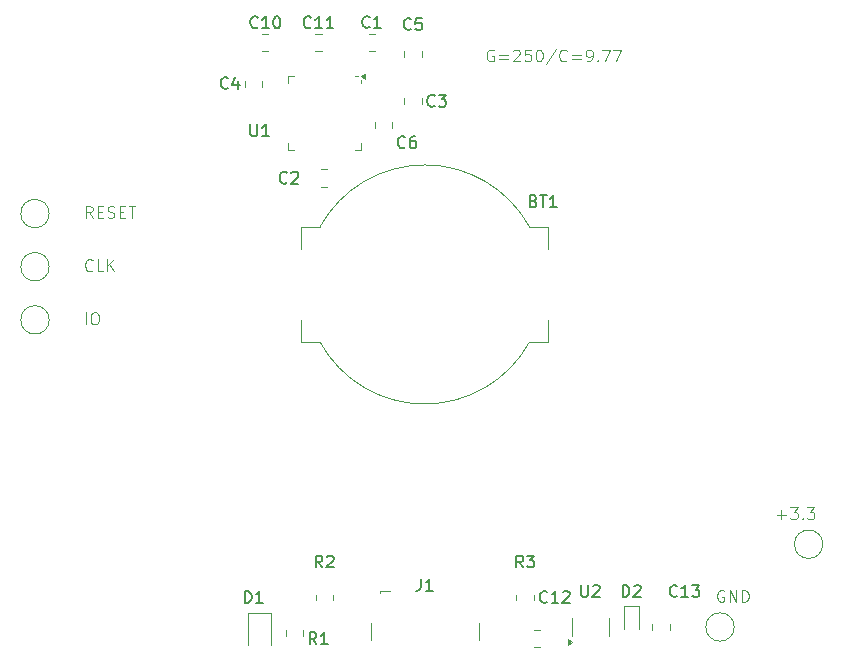
<source format=gbr>
%TF.GenerationSoftware,KiCad,Pcbnew,8.0.3-8.0.3-0~ubuntu24.04.1*%
%TF.CreationDate,2024-06-13T23:12:47+05:00*%
%TF.ProjectId,solartap_mcu_clear_60x60_g250,736f6c61-7274-4617-905f-6d63755f636c,rev?*%
%TF.SameCoordinates,Original*%
%TF.FileFunction,Legend,Top*%
%TF.FilePolarity,Positive*%
%FSLAX46Y46*%
G04 Gerber Fmt 4.6, Leading zero omitted, Abs format (unit mm)*
G04 Created by KiCad (PCBNEW 8.0.3-8.0.3-0~ubuntu24.04.1) date 2024-06-13 23:12:47*
%MOMM*%
%LPD*%
G01*
G04 APERTURE LIST*
%ADD10C,0.100000*%
%ADD11C,0.150000*%
%ADD12C,0.120000*%
G04 APERTURE END LIST*
D10*
X100827693Y-57670038D02*
X100732455Y-57622419D01*
X100732455Y-57622419D02*
X100589598Y-57622419D01*
X100589598Y-57622419D02*
X100446741Y-57670038D01*
X100446741Y-57670038D02*
X100351503Y-57765276D01*
X100351503Y-57765276D02*
X100303884Y-57860514D01*
X100303884Y-57860514D02*
X100256265Y-58050990D01*
X100256265Y-58050990D02*
X100256265Y-58193847D01*
X100256265Y-58193847D02*
X100303884Y-58384323D01*
X100303884Y-58384323D02*
X100351503Y-58479561D01*
X100351503Y-58479561D02*
X100446741Y-58574800D01*
X100446741Y-58574800D02*
X100589598Y-58622419D01*
X100589598Y-58622419D02*
X100684836Y-58622419D01*
X100684836Y-58622419D02*
X100827693Y-58574800D01*
X100827693Y-58574800D02*
X100875312Y-58527180D01*
X100875312Y-58527180D02*
X100875312Y-58193847D01*
X100875312Y-58193847D02*
X100684836Y-58193847D01*
X101303884Y-58098609D02*
X102065789Y-58098609D01*
X102065789Y-58384323D02*
X101303884Y-58384323D01*
X102494360Y-57717657D02*
X102541979Y-57670038D01*
X102541979Y-57670038D02*
X102637217Y-57622419D01*
X102637217Y-57622419D02*
X102875312Y-57622419D01*
X102875312Y-57622419D02*
X102970550Y-57670038D01*
X102970550Y-57670038D02*
X103018169Y-57717657D01*
X103018169Y-57717657D02*
X103065788Y-57812895D01*
X103065788Y-57812895D02*
X103065788Y-57908133D01*
X103065788Y-57908133D02*
X103018169Y-58050990D01*
X103018169Y-58050990D02*
X102446741Y-58622419D01*
X102446741Y-58622419D02*
X103065788Y-58622419D01*
X103970550Y-57622419D02*
X103494360Y-57622419D01*
X103494360Y-57622419D02*
X103446741Y-58098609D01*
X103446741Y-58098609D02*
X103494360Y-58050990D01*
X103494360Y-58050990D02*
X103589598Y-58003371D01*
X103589598Y-58003371D02*
X103827693Y-58003371D01*
X103827693Y-58003371D02*
X103922931Y-58050990D01*
X103922931Y-58050990D02*
X103970550Y-58098609D01*
X103970550Y-58098609D02*
X104018169Y-58193847D01*
X104018169Y-58193847D02*
X104018169Y-58431942D01*
X104018169Y-58431942D02*
X103970550Y-58527180D01*
X103970550Y-58527180D02*
X103922931Y-58574800D01*
X103922931Y-58574800D02*
X103827693Y-58622419D01*
X103827693Y-58622419D02*
X103589598Y-58622419D01*
X103589598Y-58622419D02*
X103494360Y-58574800D01*
X103494360Y-58574800D02*
X103446741Y-58527180D01*
X104637217Y-57622419D02*
X104732455Y-57622419D01*
X104732455Y-57622419D02*
X104827693Y-57670038D01*
X104827693Y-57670038D02*
X104875312Y-57717657D01*
X104875312Y-57717657D02*
X104922931Y-57812895D01*
X104922931Y-57812895D02*
X104970550Y-58003371D01*
X104970550Y-58003371D02*
X104970550Y-58241466D01*
X104970550Y-58241466D02*
X104922931Y-58431942D01*
X104922931Y-58431942D02*
X104875312Y-58527180D01*
X104875312Y-58527180D02*
X104827693Y-58574800D01*
X104827693Y-58574800D02*
X104732455Y-58622419D01*
X104732455Y-58622419D02*
X104637217Y-58622419D01*
X104637217Y-58622419D02*
X104541979Y-58574800D01*
X104541979Y-58574800D02*
X104494360Y-58527180D01*
X104494360Y-58527180D02*
X104446741Y-58431942D01*
X104446741Y-58431942D02*
X104399122Y-58241466D01*
X104399122Y-58241466D02*
X104399122Y-58003371D01*
X104399122Y-58003371D02*
X104446741Y-57812895D01*
X104446741Y-57812895D02*
X104494360Y-57717657D01*
X104494360Y-57717657D02*
X104541979Y-57670038D01*
X104541979Y-57670038D02*
X104637217Y-57622419D01*
X106113407Y-57574800D02*
X105256265Y-58860514D01*
X107018169Y-58527180D02*
X106970550Y-58574800D01*
X106970550Y-58574800D02*
X106827693Y-58622419D01*
X106827693Y-58622419D02*
X106732455Y-58622419D01*
X106732455Y-58622419D02*
X106589598Y-58574800D01*
X106589598Y-58574800D02*
X106494360Y-58479561D01*
X106494360Y-58479561D02*
X106446741Y-58384323D01*
X106446741Y-58384323D02*
X106399122Y-58193847D01*
X106399122Y-58193847D02*
X106399122Y-58050990D01*
X106399122Y-58050990D02*
X106446741Y-57860514D01*
X106446741Y-57860514D02*
X106494360Y-57765276D01*
X106494360Y-57765276D02*
X106589598Y-57670038D01*
X106589598Y-57670038D02*
X106732455Y-57622419D01*
X106732455Y-57622419D02*
X106827693Y-57622419D01*
X106827693Y-57622419D02*
X106970550Y-57670038D01*
X106970550Y-57670038D02*
X107018169Y-57717657D01*
X107446741Y-58098609D02*
X108208646Y-58098609D01*
X108208646Y-58384323D02*
X107446741Y-58384323D01*
X108732455Y-58622419D02*
X108922931Y-58622419D01*
X108922931Y-58622419D02*
X109018169Y-58574800D01*
X109018169Y-58574800D02*
X109065788Y-58527180D01*
X109065788Y-58527180D02*
X109161026Y-58384323D01*
X109161026Y-58384323D02*
X109208645Y-58193847D01*
X109208645Y-58193847D02*
X109208645Y-57812895D01*
X109208645Y-57812895D02*
X109161026Y-57717657D01*
X109161026Y-57717657D02*
X109113407Y-57670038D01*
X109113407Y-57670038D02*
X109018169Y-57622419D01*
X109018169Y-57622419D02*
X108827693Y-57622419D01*
X108827693Y-57622419D02*
X108732455Y-57670038D01*
X108732455Y-57670038D02*
X108684836Y-57717657D01*
X108684836Y-57717657D02*
X108637217Y-57812895D01*
X108637217Y-57812895D02*
X108637217Y-58050990D01*
X108637217Y-58050990D02*
X108684836Y-58146228D01*
X108684836Y-58146228D02*
X108732455Y-58193847D01*
X108732455Y-58193847D02*
X108827693Y-58241466D01*
X108827693Y-58241466D02*
X109018169Y-58241466D01*
X109018169Y-58241466D02*
X109113407Y-58193847D01*
X109113407Y-58193847D02*
X109161026Y-58146228D01*
X109161026Y-58146228D02*
X109208645Y-58050990D01*
X109637217Y-58527180D02*
X109684836Y-58574800D01*
X109684836Y-58574800D02*
X109637217Y-58622419D01*
X109637217Y-58622419D02*
X109589598Y-58574800D01*
X109589598Y-58574800D02*
X109637217Y-58527180D01*
X109637217Y-58527180D02*
X109637217Y-58622419D01*
X110018169Y-57622419D02*
X110684835Y-57622419D01*
X110684835Y-57622419D02*
X110256264Y-58622419D01*
X110970550Y-57622419D02*
X111637216Y-57622419D01*
X111637216Y-57622419D02*
X111208645Y-58622419D01*
X66875312Y-71872419D02*
X66541979Y-71396228D01*
X66303884Y-71872419D02*
X66303884Y-70872419D01*
X66303884Y-70872419D02*
X66684836Y-70872419D01*
X66684836Y-70872419D02*
X66780074Y-70920038D01*
X66780074Y-70920038D02*
X66827693Y-70967657D01*
X66827693Y-70967657D02*
X66875312Y-71062895D01*
X66875312Y-71062895D02*
X66875312Y-71205752D01*
X66875312Y-71205752D02*
X66827693Y-71300990D01*
X66827693Y-71300990D02*
X66780074Y-71348609D01*
X66780074Y-71348609D02*
X66684836Y-71396228D01*
X66684836Y-71396228D02*
X66303884Y-71396228D01*
X67303884Y-71348609D02*
X67637217Y-71348609D01*
X67780074Y-71872419D02*
X67303884Y-71872419D01*
X67303884Y-71872419D02*
X67303884Y-70872419D01*
X67303884Y-70872419D02*
X67780074Y-70872419D01*
X68161027Y-71824800D02*
X68303884Y-71872419D01*
X68303884Y-71872419D02*
X68541979Y-71872419D01*
X68541979Y-71872419D02*
X68637217Y-71824800D01*
X68637217Y-71824800D02*
X68684836Y-71777180D01*
X68684836Y-71777180D02*
X68732455Y-71681942D01*
X68732455Y-71681942D02*
X68732455Y-71586704D01*
X68732455Y-71586704D02*
X68684836Y-71491466D01*
X68684836Y-71491466D02*
X68637217Y-71443847D01*
X68637217Y-71443847D02*
X68541979Y-71396228D01*
X68541979Y-71396228D02*
X68351503Y-71348609D01*
X68351503Y-71348609D02*
X68256265Y-71300990D01*
X68256265Y-71300990D02*
X68208646Y-71253371D01*
X68208646Y-71253371D02*
X68161027Y-71158133D01*
X68161027Y-71158133D02*
X68161027Y-71062895D01*
X68161027Y-71062895D02*
X68208646Y-70967657D01*
X68208646Y-70967657D02*
X68256265Y-70920038D01*
X68256265Y-70920038D02*
X68351503Y-70872419D01*
X68351503Y-70872419D02*
X68589598Y-70872419D01*
X68589598Y-70872419D02*
X68732455Y-70920038D01*
X69161027Y-71348609D02*
X69494360Y-71348609D01*
X69637217Y-71872419D02*
X69161027Y-71872419D01*
X69161027Y-71872419D02*
X69161027Y-70872419D01*
X69161027Y-70872419D02*
X69637217Y-70872419D01*
X69922932Y-70872419D02*
X70494360Y-70872419D01*
X70208646Y-71872419D02*
X70208646Y-70872419D01*
X124803884Y-96991466D02*
X125565789Y-96991466D01*
X125184836Y-97372419D02*
X125184836Y-96610514D01*
X125946741Y-96372419D02*
X126565788Y-96372419D01*
X126565788Y-96372419D02*
X126232455Y-96753371D01*
X126232455Y-96753371D02*
X126375312Y-96753371D01*
X126375312Y-96753371D02*
X126470550Y-96800990D01*
X126470550Y-96800990D02*
X126518169Y-96848609D01*
X126518169Y-96848609D02*
X126565788Y-96943847D01*
X126565788Y-96943847D02*
X126565788Y-97181942D01*
X126565788Y-97181942D02*
X126518169Y-97277180D01*
X126518169Y-97277180D02*
X126470550Y-97324800D01*
X126470550Y-97324800D02*
X126375312Y-97372419D01*
X126375312Y-97372419D02*
X126089598Y-97372419D01*
X126089598Y-97372419D02*
X125994360Y-97324800D01*
X125994360Y-97324800D02*
X125946741Y-97277180D01*
X126994360Y-97277180D02*
X127041979Y-97324800D01*
X127041979Y-97324800D02*
X126994360Y-97372419D01*
X126994360Y-97372419D02*
X126946741Y-97324800D01*
X126946741Y-97324800D02*
X126994360Y-97277180D01*
X126994360Y-97277180D02*
X126994360Y-97372419D01*
X127375312Y-96372419D02*
X127994359Y-96372419D01*
X127994359Y-96372419D02*
X127661026Y-96753371D01*
X127661026Y-96753371D02*
X127803883Y-96753371D01*
X127803883Y-96753371D02*
X127899121Y-96800990D01*
X127899121Y-96800990D02*
X127946740Y-96848609D01*
X127946740Y-96848609D02*
X127994359Y-96943847D01*
X127994359Y-96943847D02*
X127994359Y-97181942D01*
X127994359Y-97181942D02*
X127946740Y-97277180D01*
X127946740Y-97277180D02*
X127899121Y-97324800D01*
X127899121Y-97324800D02*
X127803883Y-97372419D01*
X127803883Y-97372419D02*
X127518169Y-97372419D01*
X127518169Y-97372419D02*
X127422931Y-97324800D01*
X127422931Y-97324800D02*
X127375312Y-97277180D01*
X66303884Y-80872419D02*
X66303884Y-79872419D01*
X66970550Y-79872419D02*
X67161026Y-79872419D01*
X67161026Y-79872419D02*
X67256264Y-79920038D01*
X67256264Y-79920038D02*
X67351502Y-80015276D01*
X67351502Y-80015276D02*
X67399121Y-80205752D01*
X67399121Y-80205752D02*
X67399121Y-80539085D01*
X67399121Y-80539085D02*
X67351502Y-80729561D01*
X67351502Y-80729561D02*
X67256264Y-80824800D01*
X67256264Y-80824800D02*
X67161026Y-80872419D01*
X67161026Y-80872419D02*
X66970550Y-80872419D01*
X66970550Y-80872419D02*
X66875312Y-80824800D01*
X66875312Y-80824800D02*
X66780074Y-80729561D01*
X66780074Y-80729561D02*
X66732455Y-80539085D01*
X66732455Y-80539085D02*
X66732455Y-80205752D01*
X66732455Y-80205752D02*
X66780074Y-80015276D01*
X66780074Y-80015276D02*
X66875312Y-79920038D01*
X66875312Y-79920038D02*
X66970550Y-79872419D01*
X120327693Y-103420038D02*
X120232455Y-103372419D01*
X120232455Y-103372419D02*
X120089598Y-103372419D01*
X120089598Y-103372419D02*
X119946741Y-103420038D01*
X119946741Y-103420038D02*
X119851503Y-103515276D01*
X119851503Y-103515276D02*
X119803884Y-103610514D01*
X119803884Y-103610514D02*
X119756265Y-103800990D01*
X119756265Y-103800990D02*
X119756265Y-103943847D01*
X119756265Y-103943847D02*
X119803884Y-104134323D01*
X119803884Y-104134323D02*
X119851503Y-104229561D01*
X119851503Y-104229561D02*
X119946741Y-104324800D01*
X119946741Y-104324800D02*
X120089598Y-104372419D01*
X120089598Y-104372419D02*
X120184836Y-104372419D01*
X120184836Y-104372419D02*
X120327693Y-104324800D01*
X120327693Y-104324800D02*
X120375312Y-104277180D01*
X120375312Y-104277180D02*
X120375312Y-103943847D01*
X120375312Y-103943847D02*
X120184836Y-103943847D01*
X120803884Y-104372419D02*
X120803884Y-103372419D01*
X120803884Y-103372419D02*
X121375312Y-104372419D01*
X121375312Y-104372419D02*
X121375312Y-103372419D01*
X121851503Y-104372419D02*
X121851503Y-103372419D01*
X121851503Y-103372419D02*
X122089598Y-103372419D01*
X122089598Y-103372419D02*
X122232455Y-103420038D01*
X122232455Y-103420038D02*
X122327693Y-103515276D01*
X122327693Y-103515276D02*
X122375312Y-103610514D01*
X122375312Y-103610514D02*
X122422931Y-103800990D01*
X122422931Y-103800990D02*
X122422931Y-103943847D01*
X122422931Y-103943847D02*
X122375312Y-104134323D01*
X122375312Y-104134323D02*
X122327693Y-104229561D01*
X122327693Y-104229561D02*
X122232455Y-104324800D01*
X122232455Y-104324800D02*
X122089598Y-104372419D01*
X122089598Y-104372419D02*
X121851503Y-104372419D01*
X66875312Y-76277180D02*
X66827693Y-76324800D01*
X66827693Y-76324800D02*
X66684836Y-76372419D01*
X66684836Y-76372419D02*
X66589598Y-76372419D01*
X66589598Y-76372419D02*
X66446741Y-76324800D01*
X66446741Y-76324800D02*
X66351503Y-76229561D01*
X66351503Y-76229561D02*
X66303884Y-76134323D01*
X66303884Y-76134323D02*
X66256265Y-75943847D01*
X66256265Y-75943847D02*
X66256265Y-75800990D01*
X66256265Y-75800990D02*
X66303884Y-75610514D01*
X66303884Y-75610514D02*
X66351503Y-75515276D01*
X66351503Y-75515276D02*
X66446741Y-75420038D01*
X66446741Y-75420038D02*
X66589598Y-75372419D01*
X66589598Y-75372419D02*
X66684836Y-75372419D01*
X66684836Y-75372419D02*
X66827693Y-75420038D01*
X66827693Y-75420038D02*
X66875312Y-75467657D01*
X67780074Y-76372419D02*
X67303884Y-76372419D01*
X67303884Y-76372419D02*
X67303884Y-75372419D01*
X68113408Y-76372419D02*
X68113408Y-75372419D01*
X68684836Y-76372419D02*
X68256265Y-75800990D01*
X68684836Y-75372419D02*
X68113408Y-75943847D01*
D11*
X93833333Y-55859580D02*
X93785714Y-55907200D01*
X93785714Y-55907200D02*
X93642857Y-55954819D01*
X93642857Y-55954819D02*
X93547619Y-55954819D01*
X93547619Y-55954819D02*
X93404762Y-55907200D01*
X93404762Y-55907200D02*
X93309524Y-55811961D01*
X93309524Y-55811961D02*
X93261905Y-55716723D01*
X93261905Y-55716723D02*
X93214286Y-55526247D01*
X93214286Y-55526247D02*
X93214286Y-55383390D01*
X93214286Y-55383390D02*
X93261905Y-55192914D01*
X93261905Y-55192914D02*
X93309524Y-55097676D01*
X93309524Y-55097676D02*
X93404762Y-55002438D01*
X93404762Y-55002438D02*
X93547619Y-54954819D01*
X93547619Y-54954819D02*
X93642857Y-54954819D01*
X93642857Y-54954819D02*
X93785714Y-55002438D01*
X93785714Y-55002438D02*
X93833333Y-55050057D01*
X94738095Y-54954819D02*
X94261905Y-54954819D01*
X94261905Y-54954819D02*
X94214286Y-55431009D01*
X94214286Y-55431009D02*
X94261905Y-55383390D01*
X94261905Y-55383390D02*
X94357143Y-55335771D01*
X94357143Y-55335771D02*
X94595238Y-55335771D01*
X94595238Y-55335771D02*
X94690476Y-55383390D01*
X94690476Y-55383390D02*
X94738095Y-55431009D01*
X94738095Y-55431009D02*
X94785714Y-55526247D01*
X94785714Y-55526247D02*
X94785714Y-55764342D01*
X94785714Y-55764342D02*
X94738095Y-55859580D01*
X94738095Y-55859580D02*
X94690476Y-55907200D01*
X94690476Y-55907200D02*
X94595238Y-55954819D01*
X94595238Y-55954819D02*
X94357143Y-55954819D01*
X94357143Y-55954819D02*
X94261905Y-55907200D01*
X94261905Y-55907200D02*
X94214286Y-55859580D01*
X78333333Y-60859580D02*
X78285714Y-60907200D01*
X78285714Y-60907200D02*
X78142857Y-60954819D01*
X78142857Y-60954819D02*
X78047619Y-60954819D01*
X78047619Y-60954819D02*
X77904762Y-60907200D01*
X77904762Y-60907200D02*
X77809524Y-60811961D01*
X77809524Y-60811961D02*
X77761905Y-60716723D01*
X77761905Y-60716723D02*
X77714286Y-60526247D01*
X77714286Y-60526247D02*
X77714286Y-60383390D01*
X77714286Y-60383390D02*
X77761905Y-60192914D01*
X77761905Y-60192914D02*
X77809524Y-60097676D01*
X77809524Y-60097676D02*
X77904762Y-60002438D01*
X77904762Y-60002438D02*
X78047619Y-59954819D01*
X78047619Y-59954819D02*
X78142857Y-59954819D01*
X78142857Y-59954819D02*
X78285714Y-60002438D01*
X78285714Y-60002438D02*
X78333333Y-60050057D01*
X79190476Y-60288152D02*
X79190476Y-60954819D01*
X78952381Y-59907200D02*
X78714286Y-60621485D01*
X78714286Y-60621485D02*
X79333333Y-60621485D01*
X95833333Y-62359580D02*
X95785714Y-62407200D01*
X95785714Y-62407200D02*
X95642857Y-62454819D01*
X95642857Y-62454819D02*
X95547619Y-62454819D01*
X95547619Y-62454819D02*
X95404762Y-62407200D01*
X95404762Y-62407200D02*
X95309524Y-62311961D01*
X95309524Y-62311961D02*
X95261905Y-62216723D01*
X95261905Y-62216723D02*
X95214286Y-62026247D01*
X95214286Y-62026247D02*
X95214286Y-61883390D01*
X95214286Y-61883390D02*
X95261905Y-61692914D01*
X95261905Y-61692914D02*
X95309524Y-61597676D01*
X95309524Y-61597676D02*
X95404762Y-61502438D01*
X95404762Y-61502438D02*
X95547619Y-61454819D01*
X95547619Y-61454819D02*
X95642857Y-61454819D01*
X95642857Y-61454819D02*
X95785714Y-61502438D01*
X95785714Y-61502438D02*
X95833333Y-61550057D01*
X96166667Y-61454819D02*
X96785714Y-61454819D01*
X96785714Y-61454819D02*
X96452381Y-61835771D01*
X96452381Y-61835771D02*
X96595238Y-61835771D01*
X96595238Y-61835771D02*
X96690476Y-61883390D01*
X96690476Y-61883390D02*
X96738095Y-61931009D01*
X96738095Y-61931009D02*
X96785714Y-62026247D01*
X96785714Y-62026247D02*
X96785714Y-62264342D01*
X96785714Y-62264342D02*
X96738095Y-62359580D01*
X96738095Y-62359580D02*
X96690476Y-62407200D01*
X96690476Y-62407200D02*
X96595238Y-62454819D01*
X96595238Y-62454819D02*
X96309524Y-62454819D01*
X96309524Y-62454819D02*
X96214286Y-62407200D01*
X96214286Y-62407200D02*
X96166667Y-62359580D01*
X105357142Y-104359580D02*
X105309523Y-104407200D01*
X105309523Y-104407200D02*
X105166666Y-104454819D01*
X105166666Y-104454819D02*
X105071428Y-104454819D01*
X105071428Y-104454819D02*
X104928571Y-104407200D01*
X104928571Y-104407200D02*
X104833333Y-104311961D01*
X104833333Y-104311961D02*
X104785714Y-104216723D01*
X104785714Y-104216723D02*
X104738095Y-104026247D01*
X104738095Y-104026247D02*
X104738095Y-103883390D01*
X104738095Y-103883390D02*
X104785714Y-103692914D01*
X104785714Y-103692914D02*
X104833333Y-103597676D01*
X104833333Y-103597676D02*
X104928571Y-103502438D01*
X104928571Y-103502438D02*
X105071428Y-103454819D01*
X105071428Y-103454819D02*
X105166666Y-103454819D01*
X105166666Y-103454819D02*
X105309523Y-103502438D01*
X105309523Y-103502438D02*
X105357142Y-103550057D01*
X106309523Y-104454819D02*
X105738095Y-104454819D01*
X106023809Y-104454819D02*
X106023809Y-103454819D01*
X106023809Y-103454819D02*
X105928571Y-103597676D01*
X105928571Y-103597676D02*
X105833333Y-103692914D01*
X105833333Y-103692914D02*
X105738095Y-103740533D01*
X106690476Y-103550057D02*
X106738095Y-103502438D01*
X106738095Y-103502438D02*
X106833333Y-103454819D01*
X106833333Y-103454819D02*
X107071428Y-103454819D01*
X107071428Y-103454819D02*
X107166666Y-103502438D01*
X107166666Y-103502438D02*
X107214285Y-103550057D01*
X107214285Y-103550057D02*
X107261904Y-103645295D01*
X107261904Y-103645295D02*
X107261904Y-103740533D01*
X107261904Y-103740533D02*
X107214285Y-103883390D01*
X107214285Y-103883390D02*
X106642857Y-104454819D01*
X106642857Y-104454819D02*
X107261904Y-104454819D01*
X116357142Y-103859580D02*
X116309523Y-103907200D01*
X116309523Y-103907200D02*
X116166666Y-103954819D01*
X116166666Y-103954819D02*
X116071428Y-103954819D01*
X116071428Y-103954819D02*
X115928571Y-103907200D01*
X115928571Y-103907200D02*
X115833333Y-103811961D01*
X115833333Y-103811961D02*
X115785714Y-103716723D01*
X115785714Y-103716723D02*
X115738095Y-103526247D01*
X115738095Y-103526247D02*
X115738095Y-103383390D01*
X115738095Y-103383390D02*
X115785714Y-103192914D01*
X115785714Y-103192914D02*
X115833333Y-103097676D01*
X115833333Y-103097676D02*
X115928571Y-103002438D01*
X115928571Y-103002438D02*
X116071428Y-102954819D01*
X116071428Y-102954819D02*
X116166666Y-102954819D01*
X116166666Y-102954819D02*
X116309523Y-103002438D01*
X116309523Y-103002438D02*
X116357142Y-103050057D01*
X117309523Y-103954819D02*
X116738095Y-103954819D01*
X117023809Y-103954819D02*
X117023809Y-102954819D01*
X117023809Y-102954819D02*
X116928571Y-103097676D01*
X116928571Y-103097676D02*
X116833333Y-103192914D01*
X116833333Y-103192914D02*
X116738095Y-103240533D01*
X117642857Y-102954819D02*
X118261904Y-102954819D01*
X118261904Y-102954819D02*
X117928571Y-103335771D01*
X117928571Y-103335771D02*
X118071428Y-103335771D01*
X118071428Y-103335771D02*
X118166666Y-103383390D01*
X118166666Y-103383390D02*
X118214285Y-103431009D01*
X118214285Y-103431009D02*
X118261904Y-103526247D01*
X118261904Y-103526247D02*
X118261904Y-103764342D01*
X118261904Y-103764342D02*
X118214285Y-103859580D01*
X118214285Y-103859580D02*
X118166666Y-103907200D01*
X118166666Y-103907200D02*
X118071428Y-103954819D01*
X118071428Y-103954819D02*
X117785714Y-103954819D01*
X117785714Y-103954819D02*
X117690476Y-103907200D01*
X117690476Y-103907200D02*
X117642857Y-103859580D01*
X85833333Y-107954819D02*
X85500000Y-107478628D01*
X85261905Y-107954819D02*
X85261905Y-106954819D01*
X85261905Y-106954819D02*
X85642857Y-106954819D01*
X85642857Y-106954819D02*
X85738095Y-107002438D01*
X85738095Y-107002438D02*
X85785714Y-107050057D01*
X85785714Y-107050057D02*
X85833333Y-107145295D01*
X85833333Y-107145295D02*
X85833333Y-107288152D01*
X85833333Y-107288152D02*
X85785714Y-107383390D01*
X85785714Y-107383390D02*
X85738095Y-107431009D01*
X85738095Y-107431009D02*
X85642857Y-107478628D01*
X85642857Y-107478628D02*
X85261905Y-107478628D01*
X86785714Y-107954819D02*
X86214286Y-107954819D01*
X86500000Y-107954819D02*
X86500000Y-106954819D01*
X86500000Y-106954819D02*
X86404762Y-107097676D01*
X86404762Y-107097676D02*
X86309524Y-107192914D01*
X86309524Y-107192914D02*
X86214286Y-107240533D01*
X80857142Y-55709580D02*
X80809523Y-55757200D01*
X80809523Y-55757200D02*
X80666666Y-55804819D01*
X80666666Y-55804819D02*
X80571428Y-55804819D01*
X80571428Y-55804819D02*
X80428571Y-55757200D01*
X80428571Y-55757200D02*
X80333333Y-55661961D01*
X80333333Y-55661961D02*
X80285714Y-55566723D01*
X80285714Y-55566723D02*
X80238095Y-55376247D01*
X80238095Y-55376247D02*
X80238095Y-55233390D01*
X80238095Y-55233390D02*
X80285714Y-55042914D01*
X80285714Y-55042914D02*
X80333333Y-54947676D01*
X80333333Y-54947676D02*
X80428571Y-54852438D01*
X80428571Y-54852438D02*
X80571428Y-54804819D01*
X80571428Y-54804819D02*
X80666666Y-54804819D01*
X80666666Y-54804819D02*
X80809523Y-54852438D01*
X80809523Y-54852438D02*
X80857142Y-54900057D01*
X81809523Y-55804819D02*
X81238095Y-55804819D01*
X81523809Y-55804819D02*
X81523809Y-54804819D01*
X81523809Y-54804819D02*
X81428571Y-54947676D01*
X81428571Y-54947676D02*
X81333333Y-55042914D01*
X81333333Y-55042914D02*
X81238095Y-55090533D01*
X82428571Y-54804819D02*
X82523809Y-54804819D01*
X82523809Y-54804819D02*
X82619047Y-54852438D01*
X82619047Y-54852438D02*
X82666666Y-54900057D01*
X82666666Y-54900057D02*
X82714285Y-54995295D01*
X82714285Y-54995295D02*
X82761904Y-55185771D01*
X82761904Y-55185771D02*
X82761904Y-55423866D01*
X82761904Y-55423866D02*
X82714285Y-55614342D01*
X82714285Y-55614342D02*
X82666666Y-55709580D01*
X82666666Y-55709580D02*
X82619047Y-55757200D01*
X82619047Y-55757200D02*
X82523809Y-55804819D01*
X82523809Y-55804819D02*
X82428571Y-55804819D01*
X82428571Y-55804819D02*
X82333333Y-55757200D01*
X82333333Y-55757200D02*
X82285714Y-55709580D01*
X82285714Y-55709580D02*
X82238095Y-55614342D01*
X82238095Y-55614342D02*
X82190476Y-55423866D01*
X82190476Y-55423866D02*
X82190476Y-55185771D01*
X82190476Y-55185771D02*
X82238095Y-54995295D01*
X82238095Y-54995295D02*
X82285714Y-54900057D01*
X82285714Y-54900057D02*
X82333333Y-54852438D01*
X82333333Y-54852438D02*
X82428571Y-54804819D01*
X85357142Y-55709580D02*
X85309523Y-55757200D01*
X85309523Y-55757200D02*
X85166666Y-55804819D01*
X85166666Y-55804819D02*
X85071428Y-55804819D01*
X85071428Y-55804819D02*
X84928571Y-55757200D01*
X84928571Y-55757200D02*
X84833333Y-55661961D01*
X84833333Y-55661961D02*
X84785714Y-55566723D01*
X84785714Y-55566723D02*
X84738095Y-55376247D01*
X84738095Y-55376247D02*
X84738095Y-55233390D01*
X84738095Y-55233390D02*
X84785714Y-55042914D01*
X84785714Y-55042914D02*
X84833333Y-54947676D01*
X84833333Y-54947676D02*
X84928571Y-54852438D01*
X84928571Y-54852438D02*
X85071428Y-54804819D01*
X85071428Y-54804819D02*
X85166666Y-54804819D01*
X85166666Y-54804819D02*
X85309523Y-54852438D01*
X85309523Y-54852438D02*
X85357142Y-54900057D01*
X86309523Y-55804819D02*
X85738095Y-55804819D01*
X86023809Y-55804819D02*
X86023809Y-54804819D01*
X86023809Y-54804819D02*
X85928571Y-54947676D01*
X85928571Y-54947676D02*
X85833333Y-55042914D01*
X85833333Y-55042914D02*
X85738095Y-55090533D01*
X87261904Y-55804819D02*
X86690476Y-55804819D01*
X86976190Y-55804819D02*
X86976190Y-54804819D01*
X86976190Y-54804819D02*
X86880952Y-54947676D01*
X86880952Y-54947676D02*
X86785714Y-55042914D01*
X86785714Y-55042914D02*
X86690476Y-55090533D01*
X94666666Y-102439819D02*
X94666666Y-103154104D01*
X94666666Y-103154104D02*
X94619047Y-103296961D01*
X94619047Y-103296961D02*
X94523809Y-103392200D01*
X94523809Y-103392200D02*
X94380952Y-103439819D01*
X94380952Y-103439819D02*
X94285714Y-103439819D01*
X95666666Y-103439819D02*
X95095238Y-103439819D01*
X95380952Y-103439819D02*
X95380952Y-102439819D01*
X95380952Y-102439819D02*
X95285714Y-102582676D01*
X95285714Y-102582676D02*
X95190476Y-102677914D01*
X95190476Y-102677914D02*
X95095238Y-102725533D01*
X79761905Y-104454819D02*
X79761905Y-103454819D01*
X79761905Y-103454819D02*
X80000000Y-103454819D01*
X80000000Y-103454819D02*
X80142857Y-103502438D01*
X80142857Y-103502438D02*
X80238095Y-103597676D01*
X80238095Y-103597676D02*
X80285714Y-103692914D01*
X80285714Y-103692914D02*
X80333333Y-103883390D01*
X80333333Y-103883390D02*
X80333333Y-104026247D01*
X80333333Y-104026247D02*
X80285714Y-104216723D01*
X80285714Y-104216723D02*
X80238095Y-104311961D01*
X80238095Y-104311961D02*
X80142857Y-104407200D01*
X80142857Y-104407200D02*
X80000000Y-104454819D01*
X80000000Y-104454819D02*
X79761905Y-104454819D01*
X81285714Y-104454819D02*
X80714286Y-104454819D01*
X81000000Y-104454819D02*
X81000000Y-103454819D01*
X81000000Y-103454819D02*
X80904762Y-103597676D01*
X80904762Y-103597676D02*
X80809524Y-103692914D01*
X80809524Y-103692914D02*
X80714286Y-103740533D01*
X80238095Y-63954819D02*
X80238095Y-64764342D01*
X80238095Y-64764342D02*
X80285714Y-64859580D01*
X80285714Y-64859580D02*
X80333333Y-64907200D01*
X80333333Y-64907200D02*
X80428571Y-64954819D01*
X80428571Y-64954819D02*
X80619047Y-64954819D01*
X80619047Y-64954819D02*
X80714285Y-64907200D01*
X80714285Y-64907200D02*
X80761904Y-64859580D01*
X80761904Y-64859580D02*
X80809523Y-64764342D01*
X80809523Y-64764342D02*
X80809523Y-63954819D01*
X81809523Y-64954819D02*
X81238095Y-64954819D01*
X81523809Y-64954819D02*
X81523809Y-63954819D01*
X81523809Y-63954819D02*
X81428571Y-64097676D01*
X81428571Y-64097676D02*
X81333333Y-64192914D01*
X81333333Y-64192914D02*
X81238095Y-64240533D01*
X93333333Y-65859580D02*
X93285714Y-65907200D01*
X93285714Y-65907200D02*
X93142857Y-65954819D01*
X93142857Y-65954819D02*
X93047619Y-65954819D01*
X93047619Y-65954819D02*
X92904762Y-65907200D01*
X92904762Y-65907200D02*
X92809524Y-65811961D01*
X92809524Y-65811961D02*
X92761905Y-65716723D01*
X92761905Y-65716723D02*
X92714286Y-65526247D01*
X92714286Y-65526247D02*
X92714286Y-65383390D01*
X92714286Y-65383390D02*
X92761905Y-65192914D01*
X92761905Y-65192914D02*
X92809524Y-65097676D01*
X92809524Y-65097676D02*
X92904762Y-65002438D01*
X92904762Y-65002438D02*
X93047619Y-64954819D01*
X93047619Y-64954819D02*
X93142857Y-64954819D01*
X93142857Y-64954819D02*
X93285714Y-65002438D01*
X93285714Y-65002438D02*
X93333333Y-65050057D01*
X94190476Y-64954819D02*
X94000000Y-64954819D01*
X94000000Y-64954819D02*
X93904762Y-65002438D01*
X93904762Y-65002438D02*
X93857143Y-65050057D01*
X93857143Y-65050057D02*
X93761905Y-65192914D01*
X93761905Y-65192914D02*
X93714286Y-65383390D01*
X93714286Y-65383390D02*
X93714286Y-65764342D01*
X93714286Y-65764342D02*
X93761905Y-65859580D01*
X93761905Y-65859580D02*
X93809524Y-65907200D01*
X93809524Y-65907200D02*
X93904762Y-65954819D01*
X93904762Y-65954819D02*
X94095238Y-65954819D01*
X94095238Y-65954819D02*
X94190476Y-65907200D01*
X94190476Y-65907200D02*
X94238095Y-65859580D01*
X94238095Y-65859580D02*
X94285714Y-65764342D01*
X94285714Y-65764342D02*
X94285714Y-65526247D01*
X94285714Y-65526247D02*
X94238095Y-65431009D01*
X94238095Y-65431009D02*
X94190476Y-65383390D01*
X94190476Y-65383390D02*
X94095238Y-65335771D01*
X94095238Y-65335771D02*
X93904762Y-65335771D01*
X93904762Y-65335771D02*
X93809524Y-65383390D01*
X93809524Y-65383390D02*
X93761905Y-65431009D01*
X93761905Y-65431009D02*
X93714286Y-65526247D01*
X83333333Y-68859580D02*
X83285714Y-68907200D01*
X83285714Y-68907200D02*
X83142857Y-68954819D01*
X83142857Y-68954819D02*
X83047619Y-68954819D01*
X83047619Y-68954819D02*
X82904762Y-68907200D01*
X82904762Y-68907200D02*
X82809524Y-68811961D01*
X82809524Y-68811961D02*
X82761905Y-68716723D01*
X82761905Y-68716723D02*
X82714286Y-68526247D01*
X82714286Y-68526247D02*
X82714286Y-68383390D01*
X82714286Y-68383390D02*
X82761905Y-68192914D01*
X82761905Y-68192914D02*
X82809524Y-68097676D01*
X82809524Y-68097676D02*
X82904762Y-68002438D01*
X82904762Y-68002438D02*
X83047619Y-67954819D01*
X83047619Y-67954819D02*
X83142857Y-67954819D01*
X83142857Y-67954819D02*
X83285714Y-68002438D01*
X83285714Y-68002438D02*
X83333333Y-68050057D01*
X83714286Y-68050057D02*
X83761905Y-68002438D01*
X83761905Y-68002438D02*
X83857143Y-67954819D01*
X83857143Y-67954819D02*
X84095238Y-67954819D01*
X84095238Y-67954819D02*
X84190476Y-68002438D01*
X84190476Y-68002438D02*
X84238095Y-68050057D01*
X84238095Y-68050057D02*
X84285714Y-68145295D01*
X84285714Y-68145295D02*
X84285714Y-68240533D01*
X84285714Y-68240533D02*
X84238095Y-68383390D01*
X84238095Y-68383390D02*
X83666667Y-68954819D01*
X83666667Y-68954819D02*
X84285714Y-68954819D01*
X108238095Y-102954819D02*
X108238095Y-103764342D01*
X108238095Y-103764342D02*
X108285714Y-103859580D01*
X108285714Y-103859580D02*
X108333333Y-103907200D01*
X108333333Y-103907200D02*
X108428571Y-103954819D01*
X108428571Y-103954819D02*
X108619047Y-103954819D01*
X108619047Y-103954819D02*
X108714285Y-103907200D01*
X108714285Y-103907200D02*
X108761904Y-103859580D01*
X108761904Y-103859580D02*
X108809523Y-103764342D01*
X108809523Y-103764342D02*
X108809523Y-102954819D01*
X109238095Y-103050057D02*
X109285714Y-103002438D01*
X109285714Y-103002438D02*
X109380952Y-102954819D01*
X109380952Y-102954819D02*
X109619047Y-102954819D01*
X109619047Y-102954819D02*
X109714285Y-103002438D01*
X109714285Y-103002438D02*
X109761904Y-103050057D01*
X109761904Y-103050057D02*
X109809523Y-103145295D01*
X109809523Y-103145295D02*
X109809523Y-103240533D01*
X109809523Y-103240533D02*
X109761904Y-103383390D01*
X109761904Y-103383390D02*
X109190476Y-103954819D01*
X109190476Y-103954819D02*
X109809523Y-103954819D01*
X111761905Y-103954819D02*
X111761905Y-102954819D01*
X111761905Y-102954819D02*
X112000000Y-102954819D01*
X112000000Y-102954819D02*
X112142857Y-103002438D01*
X112142857Y-103002438D02*
X112238095Y-103097676D01*
X112238095Y-103097676D02*
X112285714Y-103192914D01*
X112285714Y-103192914D02*
X112333333Y-103383390D01*
X112333333Y-103383390D02*
X112333333Y-103526247D01*
X112333333Y-103526247D02*
X112285714Y-103716723D01*
X112285714Y-103716723D02*
X112238095Y-103811961D01*
X112238095Y-103811961D02*
X112142857Y-103907200D01*
X112142857Y-103907200D02*
X112000000Y-103954819D01*
X112000000Y-103954819D02*
X111761905Y-103954819D01*
X112714286Y-103050057D02*
X112761905Y-103002438D01*
X112761905Y-103002438D02*
X112857143Y-102954819D01*
X112857143Y-102954819D02*
X113095238Y-102954819D01*
X113095238Y-102954819D02*
X113190476Y-103002438D01*
X113190476Y-103002438D02*
X113238095Y-103050057D01*
X113238095Y-103050057D02*
X113285714Y-103145295D01*
X113285714Y-103145295D02*
X113285714Y-103240533D01*
X113285714Y-103240533D02*
X113238095Y-103383390D01*
X113238095Y-103383390D02*
X112666667Y-103954819D01*
X112666667Y-103954819D02*
X113285714Y-103954819D01*
X90333333Y-55679580D02*
X90285714Y-55727200D01*
X90285714Y-55727200D02*
X90142857Y-55774819D01*
X90142857Y-55774819D02*
X90047619Y-55774819D01*
X90047619Y-55774819D02*
X89904762Y-55727200D01*
X89904762Y-55727200D02*
X89809524Y-55631961D01*
X89809524Y-55631961D02*
X89761905Y-55536723D01*
X89761905Y-55536723D02*
X89714286Y-55346247D01*
X89714286Y-55346247D02*
X89714286Y-55203390D01*
X89714286Y-55203390D02*
X89761905Y-55012914D01*
X89761905Y-55012914D02*
X89809524Y-54917676D01*
X89809524Y-54917676D02*
X89904762Y-54822438D01*
X89904762Y-54822438D02*
X90047619Y-54774819D01*
X90047619Y-54774819D02*
X90142857Y-54774819D01*
X90142857Y-54774819D02*
X90285714Y-54822438D01*
X90285714Y-54822438D02*
X90333333Y-54870057D01*
X91285714Y-55774819D02*
X90714286Y-55774819D01*
X91000000Y-55774819D02*
X91000000Y-54774819D01*
X91000000Y-54774819D02*
X90904762Y-54917676D01*
X90904762Y-54917676D02*
X90809524Y-55012914D01*
X90809524Y-55012914D02*
X90714286Y-55060533D01*
X86333333Y-101454819D02*
X86000000Y-100978628D01*
X85761905Y-101454819D02*
X85761905Y-100454819D01*
X85761905Y-100454819D02*
X86142857Y-100454819D01*
X86142857Y-100454819D02*
X86238095Y-100502438D01*
X86238095Y-100502438D02*
X86285714Y-100550057D01*
X86285714Y-100550057D02*
X86333333Y-100645295D01*
X86333333Y-100645295D02*
X86333333Y-100788152D01*
X86333333Y-100788152D02*
X86285714Y-100883390D01*
X86285714Y-100883390D02*
X86238095Y-100931009D01*
X86238095Y-100931009D02*
X86142857Y-100978628D01*
X86142857Y-100978628D02*
X85761905Y-100978628D01*
X86714286Y-100550057D02*
X86761905Y-100502438D01*
X86761905Y-100502438D02*
X86857143Y-100454819D01*
X86857143Y-100454819D02*
X87095238Y-100454819D01*
X87095238Y-100454819D02*
X87190476Y-100502438D01*
X87190476Y-100502438D02*
X87238095Y-100550057D01*
X87238095Y-100550057D02*
X87285714Y-100645295D01*
X87285714Y-100645295D02*
X87285714Y-100740533D01*
X87285714Y-100740533D02*
X87238095Y-100883390D01*
X87238095Y-100883390D02*
X86666667Y-101454819D01*
X86666667Y-101454819D02*
X87285714Y-101454819D01*
X104214285Y-70431009D02*
X104357142Y-70478628D01*
X104357142Y-70478628D02*
X104404761Y-70526247D01*
X104404761Y-70526247D02*
X104452380Y-70621485D01*
X104452380Y-70621485D02*
X104452380Y-70764342D01*
X104452380Y-70764342D02*
X104404761Y-70859580D01*
X104404761Y-70859580D02*
X104357142Y-70907200D01*
X104357142Y-70907200D02*
X104261904Y-70954819D01*
X104261904Y-70954819D02*
X103880952Y-70954819D01*
X103880952Y-70954819D02*
X103880952Y-69954819D01*
X103880952Y-69954819D02*
X104214285Y-69954819D01*
X104214285Y-69954819D02*
X104309523Y-70002438D01*
X104309523Y-70002438D02*
X104357142Y-70050057D01*
X104357142Y-70050057D02*
X104404761Y-70145295D01*
X104404761Y-70145295D02*
X104404761Y-70240533D01*
X104404761Y-70240533D02*
X104357142Y-70335771D01*
X104357142Y-70335771D02*
X104309523Y-70383390D01*
X104309523Y-70383390D02*
X104214285Y-70431009D01*
X104214285Y-70431009D02*
X103880952Y-70431009D01*
X104738095Y-69954819D02*
X105309523Y-69954819D01*
X105023809Y-70954819D02*
X105023809Y-69954819D01*
X106166666Y-70954819D02*
X105595238Y-70954819D01*
X105880952Y-70954819D02*
X105880952Y-69954819D01*
X105880952Y-69954819D02*
X105785714Y-70097676D01*
X105785714Y-70097676D02*
X105690476Y-70192914D01*
X105690476Y-70192914D02*
X105595238Y-70240533D01*
X103333333Y-101454819D02*
X103000000Y-100978628D01*
X102761905Y-101454819D02*
X102761905Y-100454819D01*
X102761905Y-100454819D02*
X103142857Y-100454819D01*
X103142857Y-100454819D02*
X103238095Y-100502438D01*
X103238095Y-100502438D02*
X103285714Y-100550057D01*
X103285714Y-100550057D02*
X103333333Y-100645295D01*
X103333333Y-100645295D02*
X103333333Y-100788152D01*
X103333333Y-100788152D02*
X103285714Y-100883390D01*
X103285714Y-100883390D02*
X103238095Y-100931009D01*
X103238095Y-100931009D02*
X103142857Y-100978628D01*
X103142857Y-100978628D02*
X102761905Y-100978628D01*
X103666667Y-100454819D02*
X104285714Y-100454819D01*
X104285714Y-100454819D02*
X103952381Y-100835771D01*
X103952381Y-100835771D02*
X104095238Y-100835771D01*
X104095238Y-100835771D02*
X104190476Y-100883390D01*
X104190476Y-100883390D02*
X104238095Y-100931009D01*
X104238095Y-100931009D02*
X104285714Y-101026247D01*
X104285714Y-101026247D02*
X104285714Y-101264342D01*
X104285714Y-101264342D02*
X104238095Y-101359580D01*
X104238095Y-101359580D02*
X104190476Y-101407200D01*
X104190476Y-101407200D02*
X104095238Y-101454819D01*
X104095238Y-101454819D02*
X103809524Y-101454819D01*
X103809524Y-101454819D02*
X103714286Y-101407200D01*
X103714286Y-101407200D02*
X103666667Y-101359580D01*
D12*
%TO.C,TP1*%
X63200000Y-71500000D02*
G75*
G02*
X60800000Y-71500000I-1200000J0D01*
G01*
X60800000Y-71500000D02*
G75*
G02*
X63200000Y-71500000I1200000J0D01*
G01*
%TO.C,C5*%
X93265000Y-58261252D02*
X93265000Y-57738748D01*
X94735000Y-58261252D02*
X94735000Y-57738748D01*
%TO.C,C4*%
X79765000Y-60791252D02*
X79765000Y-60268748D01*
X81235000Y-60791252D02*
X81235000Y-60268748D01*
%TO.C,C3*%
X93265000Y-61738748D02*
X93265000Y-62261252D01*
X94735000Y-61738748D02*
X94735000Y-62261252D01*
%TO.C,TP2*%
X63200000Y-76000000D02*
G75*
G02*
X60800000Y-76000000I-1200000J0D01*
G01*
X60800000Y-76000000D02*
G75*
G02*
X63200000Y-76000000I1200000J0D01*
G01*
%TO.C,C12*%
X104238748Y-106765000D02*
X104761252Y-106765000D01*
X104238748Y-108235000D02*
X104761252Y-108235000D01*
%TO.C,TP3*%
X63200000Y-80500000D02*
G75*
G02*
X60800000Y-80500000I-1200000J0D01*
G01*
X60800000Y-80500000D02*
G75*
G02*
X63200000Y-80500000I1200000J0D01*
G01*
%TO.C,C13*%
X114265000Y-106238748D02*
X114265000Y-106761252D01*
X115735000Y-106238748D02*
X115735000Y-106761252D01*
%TO.C,R1*%
X83265000Y-107227064D02*
X83265000Y-106772936D01*
X84735000Y-107227064D02*
X84735000Y-106772936D01*
%TO.C,C10*%
X81238748Y-56295000D02*
X81761252Y-56295000D01*
X81238748Y-57765000D02*
X81761252Y-57765000D01*
%TO.C,C11*%
X85738748Y-56295000D02*
X86261252Y-56295000D01*
X85738748Y-57765000D02*
X86261252Y-57765000D01*
%TO.C,TP6*%
X121200000Y-106500000D02*
G75*
G02*
X118800000Y-106500000I-1200000J0D01*
G01*
X118800000Y-106500000D02*
G75*
G02*
X121200000Y-106500000I1200000J0D01*
G01*
%TO.C,J1*%
X99580000Y-107565000D02*
X99580000Y-106155000D01*
X92040000Y-103485000D02*
X91240000Y-103485000D01*
X91240000Y-103485000D02*
X91240000Y-103635000D01*
X90420000Y-107565000D02*
X90420000Y-106155000D01*
%TO.C,D1*%
X80040000Y-105315000D02*
X80040000Y-108000000D01*
X81960000Y-105315000D02*
X80040000Y-105315000D01*
X81960000Y-108000000D02*
X81960000Y-105315000D01*
%TO.C,U1*%
X83390000Y-59890000D02*
X83940000Y-59890000D01*
X83390000Y-60440000D02*
X83390000Y-59890000D01*
X83390000Y-65560000D02*
X83390000Y-66110000D01*
X83390000Y-66110000D02*
X83940000Y-66110000D01*
X89060000Y-59890000D02*
X89370000Y-59890000D01*
X89610000Y-60440000D02*
X89610000Y-60190000D01*
X89610000Y-65560000D02*
X89610000Y-66110000D01*
X89610000Y-66110000D02*
X89060000Y-66110000D01*
X89940000Y-60130000D02*
X89610000Y-59890000D01*
X89940000Y-59650000D01*
X89940000Y-60130000D01*
G36*
X89940000Y-60130000D02*
G01*
X89610000Y-59890000D01*
X89940000Y-59650000D01*
X89940000Y-60130000D01*
G37*
%TO.C,C6*%
X90765000Y-64261252D02*
X90765000Y-63738748D01*
X92235000Y-64261252D02*
X92235000Y-63738748D01*
%TO.C,C2*%
X86761252Y-67765000D02*
X86238748Y-67765000D01*
X86761252Y-69235000D02*
X86238748Y-69235000D01*
%TO.C,TP5*%
X128700000Y-99500000D02*
G75*
G02*
X126300000Y-99500000I-1200000J0D01*
G01*
X126300000Y-99500000D02*
G75*
G02*
X128700000Y-99500000I1200000J0D01*
G01*
%TO.C,U2*%
X107490000Y-107800000D02*
X107160000Y-108040000D01*
X107160000Y-107560000D01*
X107490000Y-107800000D01*
G36*
X107490000Y-107800000D02*
G01*
X107160000Y-108040000D01*
X107160000Y-107560000D01*
X107490000Y-107800000D01*
G37*
X110560000Y-106500000D02*
X110560000Y-107300000D01*
X110560000Y-106500000D02*
X110560000Y-105700000D01*
X107440000Y-106500000D02*
X107440000Y-107300000D01*
X107440000Y-106500000D02*
X107440000Y-105700000D01*
%TO.C,D2*%
X113100000Y-106700000D02*
X113100000Y-104740000D01*
X113100000Y-104740000D02*
X111900000Y-104740000D01*
X111900000Y-106700000D02*
X111900000Y-104740000D01*
%TO.C,C1*%
X90238748Y-56265000D02*
X90761252Y-56265000D01*
X90238748Y-57735000D02*
X90761252Y-57735000D01*
%TO.C,R2*%
X85765000Y-104227064D02*
X85765000Y-103772936D01*
X87235000Y-104227064D02*
X87235000Y-103772936D01*
%TO.C,BT1*%
X84530000Y-72615000D02*
X86137090Y-72615000D01*
X84530000Y-74500000D02*
X84530000Y-72615000D01*
X84530000Y-80500000D02*
X84530000Y-82385000D01*
X84530000Y-82385000D02*
X86137090Y-82385000D01*
X105470000Y-72615000D02*
X103862910Y-72615000D01*
X105470000Y-74500000D02*
X105470000Y-72615000D01*
X105470000Y-80500000D02*
X105470000Y-82385000D01*
X105470000Y-82385000D02*
X103862910Y-82385000D01*
X86137090Y-72615000D02*
G75*
G02*
X103862910Y-72615000I8862910J-4885000D01*
G01*
X103865021Y-82381168D02*
G75*
G02*
X86137090Y-82385000I-8865021J4881167D01*
G01*
%TO.C,R3*%
X102765000Y-103772936D02*
X102765000Y-104227064D01*
X104235000Y-103772936D02*
X104235000Y-104227064D01*
%TD*%
M02*

</source>
